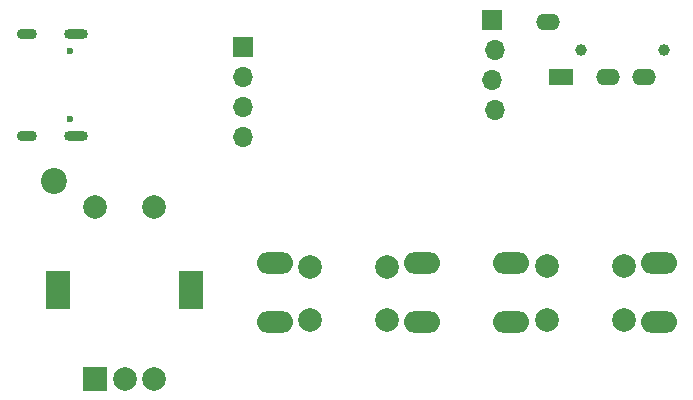
<source format=gbr>
%TF.GenerationSoftware,KiCad,Pcbnew,7.0.7*%
%TF.CreationDate,2024-03-20T09:31:47-04:00*%
%TF.ProjectId,metronome,6d657472-6f6e-46f6-9d65-2e6b69636164,rev?*%
%TF.SameCoordinates,Original*%
%TF.FileFunction,Soldermask,Bot*%
%TF.FilePolarity,Negative*%
%FSLAX46Y46*%
G04 Gerber Fmt 4.6, Leading zero omitted, Abs format (unit mm)*
G04 Created by KiCad (PCBNEW 7.0.7) date 2024-03-20 09:31:47*
%MOMM*%
%LPD*%
G01*
G04 APERTURE LIST*
%ADD10C,1.000000*%
%ADD11O,2.000000X1.400000*%
%ADD12R,2.000000X1.400000*%
%ADD13R,1.700000X1.700000*%
%ADD14O,1.700000X1.700000*%
%ADD15C,2.000000*%
%ADD16O,3.048000X1.850000*%
%ADD17C,0.600000*%
%ADD18O,2.000000X0.900000*%
%ADD19O,1.700000X0.900000*%
%ADD20C,2.200000*%
%ADD21R,2.000000X2.000000*%
%ADD22R,2.000000X3.200000*%
G04 APERTURE END LIST*
D10*
%TO.C,J4*%
X164656000Y-57390000D03*
X157656000Y-57390000D03*
D11*
X154856000Y-55090000D03*
X159956000Y-59690000D03*
X162956000Y-59690000D03*
D12*
X155956000Y-59690000D03*
%TD*%
D13*
%TO.C,J3*%
X129000000Y-57200000D03*
D14*
X129000000Y-59740000D03*
X129000000Y-62280000D03*
X129000000Y-64820000D03*
%TD*%
D15*
%TO.C,SW2*%
X134724000Y-75764000D03*
X141224000Y-75764000D03*
X134724000Y-80264000D03*
X141224000Y-80264000D03*
%TD*%
D16*
%TO.C,SW5*%
X131721200Y-75488800D03*
X144221200Y-75488800D03*
X131721200Y-80488800D03*
X144221200Y-80488800D03*
%TD*%
D17*
%TO.C,J1*%
X114389800Y-57511200D03*
X114389800Y-63291200D03*
D18*
X114869800Y-56081200D03*
D19*
X110699800Y-56081200D03*
D18*
X114869800Y-64721200D03*
D19*
X110699800Y-64721200D03*
%TD*%
D20*
%TO.C,H2*%
X113000000Y-68500000D03*
%TD*%
D16*
%TO.C,SW4*%
X151739600Y-75488800D03*
X164239600Y-75488800D03*
X151739600Y-80488800D03*
X164239600Y-80488800D03*
%TD*%
D15*
%TO.C,SW3*%
X154760000Y-75750000D03*
X161260000Y-75750000D03*
X154760000Y-80250000D03*
X161260000Y-80250000D03*
%TD*%
D21*
%TO.C,SW1*%
X116500000Y-85250000D03*
D15*
X121500000Y-85250000D03*
X119000000Y-85250000D03*
D22*
X113400000Y-77750000D03*
X124600000Y-77750000D03*
D15*
X121500000Y-70750000D03*
X116500000Y-70750000D03*
%TD*%
D13*
%TO.C,J2*%
X150114000Y-54864000D03*
D14*
X150368000Y-57404000D03*
X150114000Y-59944000D03*
X150368000Y-62484000D03*
%TD*%
M02*

</source>
